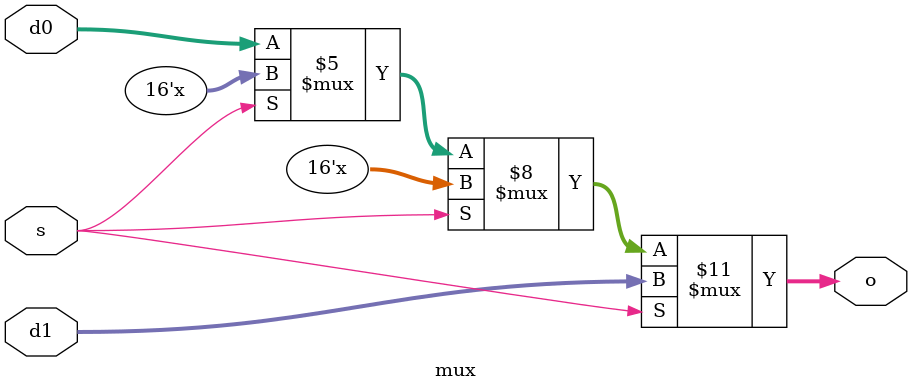
<source format=v>
module mux(
	input [15:0]d0,d1,
	input s,
	output reg [15:0]o
);
always @(*) begin
		if(s==1) o=d1;
		else if(s==0) o =d0;
end
endmodule

</source>
